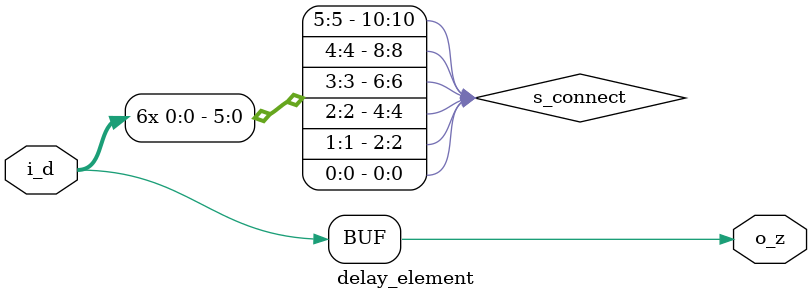
<source format=v>
module delay_element #(
	parameter	SIZE = 10
)(
	input	i_d,
	output	o_z
);

	reg	[SIZE:0]	s_connect;

	always @(*) begin
		s_connect[0] = i_d;
	end

	// LUT chain
	genvar i;
	generate
		for(i=0; i<SIZE; i=i+1)begin : lut_chain
			always @(*) begin
				s_connect[i+1] = ~s_connect[i];
			end
		end
	endgenerate

	assign o_z = s_connect[SIZE];
	
endmodule

</source>
